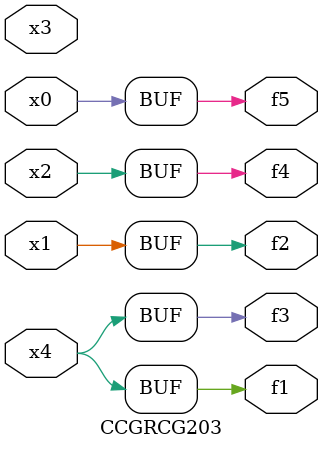
<source format=v>
module CCGRCG203(
	input x0, x1, x2, x3, x4,
	output f1, f2, f3, f4, f5
);
	assign f1 = x4;
	assign f2 = x1;
	assign f3 = x4;
	assign f4 = x2;
	assign f5 = x0;
endmodule

</source>
